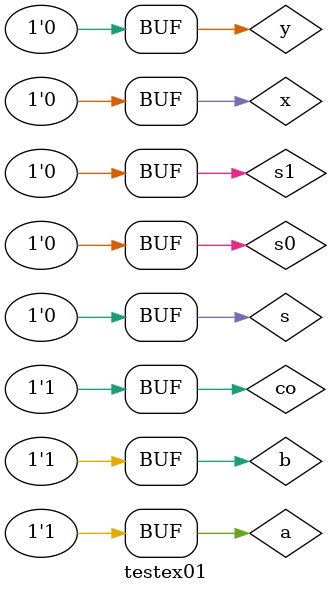
<source format=v>



 module testex01;
 reg   a, b;
 wire  co, s, s0, s1, x, y;
 
 not NOT1 (x, a);             // TENTE DEFINIR EM OUTRO MODULO
 not NOT2 (y, b);
 and AND1 (s0, x, b);
 and AND2 (s1, a, y);
 or OR1   (s, s0, s1);
 and AND3 (co, a, b);
           
         
 initial begin
 
      $display("Exercicio 01 - Pedro Tronbin - 410473");
      $display("Half Adder Test.");
      $display("A  +  B  =  C  S");
      
		a=0; b=0;
		
  	#1	 $monitor("%b  +  %b  =  %b  %b", a, b, co, s);
   #1  a=0; b=1;
   #1  a=1; b=0;
   #1  a=1; b=1;
 
 end

endmodule // testex01

/* SAIDA

Exercicio 01 - Pedro Tronbin - 410473
    Teste Operador Meia Soma.
    A  +  B  =  C  S
    0  +  0  =  0  0
    0  +  1  =  0  1
    1  +  0  =  0  1
    1  +  1  =  1  0
*/
</source>
